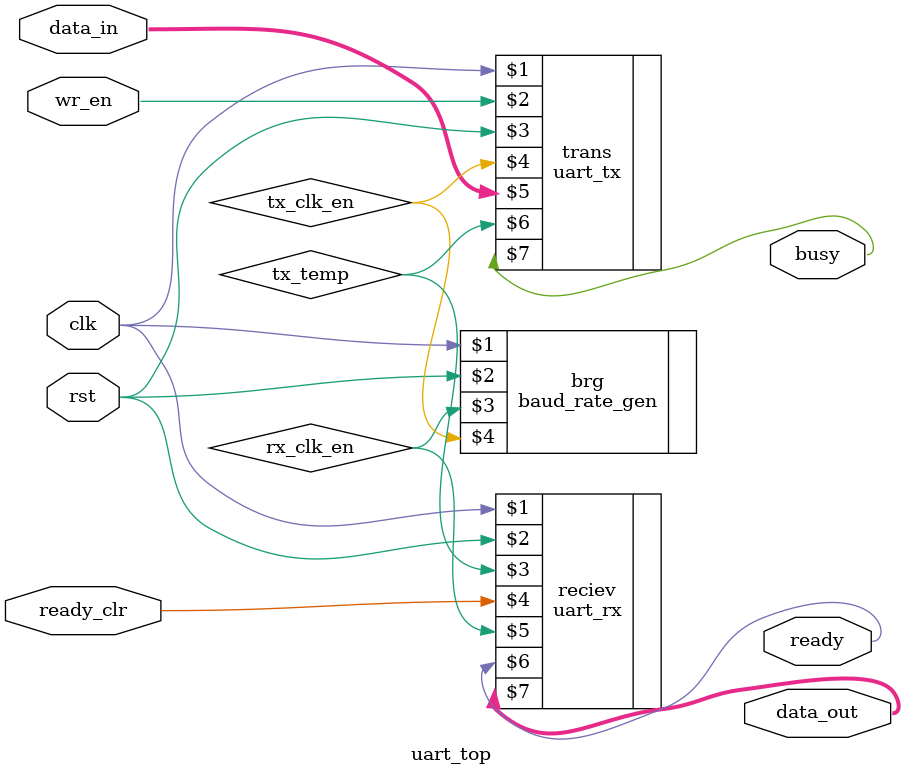
<source format=sv>
`timescale 1ns / 1ps


// Code your design here

module uart_top(input rst,
                input [7:0] data_in,
                input wr_en,clk,
                input ready_clr,
                output ready,busy,
                output [7:0] data_out);
  
  wire rx_clk_en;
  wire tx_clk_en;
  wire tx_temp;  // connecting the output of tx module
  
  baud_rate_gen brg(clk,rst,rx_clk_en,tx_clk_en);
  
  uart_tx trans(clk,wr_en,rst,tx_clk_en,data_in,tx_temp,busy);
  
  uart_rx reciev(clk,rst,tx_temp,ready_clr,rx_clk_en,ready,data_out);
endmodule
</source>
